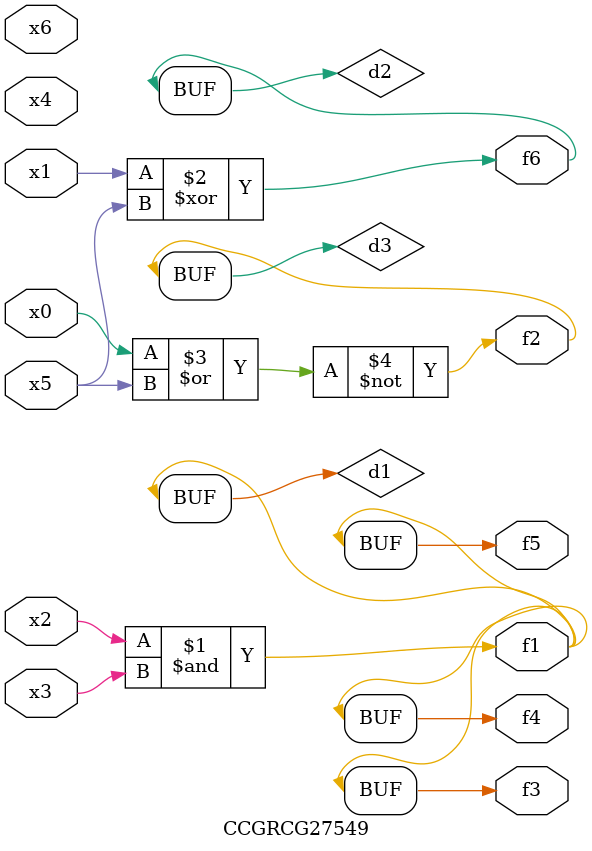
<source format=v>
module CCGRCG27549(
	input x0, x1, x2, x3, x4, x5, x6,
	output f1, f2, f3, f4, f5, f6
);

	wire d1, d2, d3;

	and (d1, x2, x3);
	xor (d2, x1, x5);
	nor (d3, x0, x5);
	assign f1 = d1;
	assign f2 = d3;
	assign f3 = d1;
	assign f4 = d1;
	assign f5 = d1;
	assign f6 = d2;
endmodule

</source>
